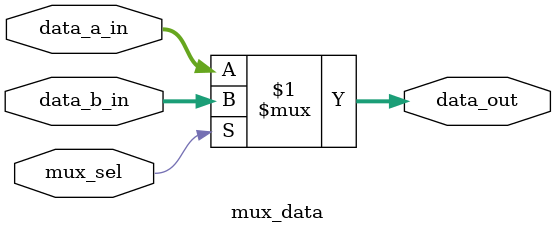
<source format=v>
module mux_data
#(
   parameter DATA_WIDTH = 32
 )
(
   input [DATA_WIDTH-1:0] data_a_in,
   input [DATA_WIDTH-1:0] data_b_in,
   input mux_sel,
   output [DATA_WIDTH-1:0] data_out
);

assign data_out = mux_sel?data_b_in:data_a_in;

endmodule

</source>
